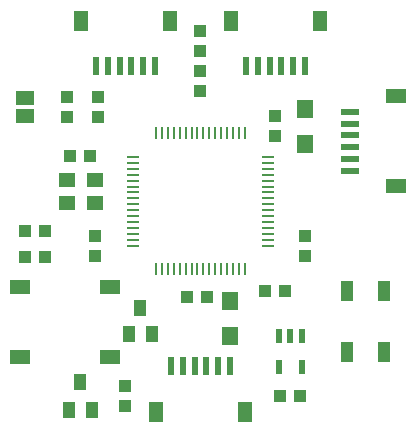
<source format=gbr>
G04 EAGLE Gerber RS-274X export*
G75*
%MOMM*%
%FSLAX34Y34*%
%LPD*%
%INSolderpaste Top*%
%IPPOS*%
%AMOC8*
5,1,8,0,0,1.08239X$1,22.5*%
G01*
%ADD10R,1.000000X0.220000*%
%ADD11R,0.220000X1.000000*%
%ADD12R,0.600000X1.550000*%
%ADD13R,1.200000X1.800000*%
%ADD14R,1.550000X0.600000*%
%ADD15R,1.800000X1.200000*%
%ADD16R,1.000000X1.100000*%
%ADD17R,1.100000X1.000000*%
%ADD18R,1.400000X1.600000*%
%ADD19R,1.000000X1.651000*%
%ADD20R,1.600200X1.168400*%
%ADD21R,1.000000X1.400000*%
%ADD22R,0.550000X1.200000*%
%ADD23R,1.780000X1.150000*%
%ADD24R,1.400000X1.200000*%


D10*
X120300Y193000D03*
X120300Y188000D03*
X120300Y203000D03*
X120300Y213000D03*
X120300Y223000D03*
X120300Y198000D03*
X120300Y208000D03*
X120300Y218000D03*
X120300Y228000D03*
X120300Y178000D03*
X120300Y168000D03*
X120300Y158000D03*
X120300Y153000D03*
X120300Y163000D03*
X120300Y173000D03*
X120300Y183000D03*
D11*
X175300Y133000D03*
X180300Y133000D03*
X165300Y133000D03*
X155300Y133000D03*
X145300Y133000D03*
X170300Y133000D03*
X160300Y133000D03*
X150300Y133000D03*
X140300Y133000D03*
X190300Y133000D03*
X200300Y133000D03*
X210300Y133000D03*
X215300Y133000D03*
X205300Y133000D03*
X195300Y133000D03*
X185300Y133000D03*
D10*
X235300Y188000D03*
X235300Y193000D03*
X235300Y178000D03*
X235300Y168000D03*
X235300Y158000D03*
X235300Y183000D03*
X235300Y173000D03*
X235300Y163000D03*
X235300Y153000D03*
X235300Y203000D03*
X235300Y213000D03*
X235300Y223000D03*
X235300Y228000D03*
X235300Y218000D03*
X235300Y208000D03*
X235300Y198000D03*
D11*
X180300Y248000D03*
X175300Y248000D03*
X190300Y248000D03*
X200300Y248000D03*
X210300Y248000D03*
X185300Y248000D03*
X195300Y248000D03*
X205300Y248000D03*
X215300Y248000D03*
X165300Y248000D03*
X155300Y248000D03*
X145300Y248000D03*
X140300Y248000D03*
X150300Y248000D03*
X160300Y248000D03*
X170300Y248000D03*
D12*
X202800Y50800D03*
X152800Y50800D03*
X162800Y50800D03*
X172800Y50800D03*
X182800Y50800D03*
X192800Y50800D03*
D13*
X139800Y12050D03*
X215800Y12050D03*
D12*
X216300Y304800D03*
X266300Y304800D03*
X256300Y304800D03*
X246300Y304800D03*
X236300Y304800D03*
X226300Y304800D03*
D13*
X279300Y343550D03*
X203300Y343550D03*
D14*
X304800Y266300D03*
X304800Y216300D03*
X304800Y226300D03*
X304800Y236300D03*
X304800Y246300D03*
X304800Y256300D03*
D15*
X343550Y203300D03*
X343550Y279300D03*
D16*
X29600Y143510D03*
X46600Y143510D03*
D17*
X245500Y25400D03*
X262500Y25400D03*
D16*
X88900Y143900D03*
X88900Y160900D03*
D17*
X166760Y109220D03*
X183760Y109220D03*
D16*
X241300Y245500D03*
X241300Y262500D03*
X91440Y262010D03*
X91440Y279010D03*
D17*
X232800Y114300D03*
X249800Y114300D03*
D18*
X203200Y106440D03*
X203200Y76440D03*
X266700Y239000D03*
X266700Y269000D03*
D19*
X301500Y63130D03*
X301500Y114670D03*
X333500Y114670D03*
X333500Y63130D03*
D12*
X89300Y304800D03*
X139300Y304800D03*
X129300Y304800D03*
X119300Y304800D03*
X109300Y304800D03*
X99300Y304800D03*
D13*
X152300Y343550D03*
X76300Y343550D03*
D20*
X29210Y278130D03*
X29210Y262890D03*
D17*
X46600Y165100D03*
X29600Y165100D03*
D21*
X127000Y99900D03*
X136500Y77900D03*
X117500Y77900D03*
D17*
X64770Y262010D03*
X64770Y279010D03*
X266700Y160900D03*
X266700Y143900D03*
X177800Y283600D03*
X177800Y300600D03*
X177800Y334890D03*
X177800Y317890D03*
D22*
X263500Y76500D03*
X254000Y76500D03*
X244500Y76500D03*
X244500Y50500D03*
X263500Y50500D03*
D17*
X67700Y228600D03*
X84700Y228600D03*
D23*
X25400Y118110D03*
X25400Y58510D03*
X101300Y58510D03*
X101300Y118110D03*
D21*
X76200Y37400D03*
X85700Y13400D03*
X66700Y13400D03*
D17*
X114300Y16900D03*
X114300Y33900D03*
D24*
X64770Y208280D03*
X64770Y189280D03*
X88770Y189280D03*
X88770Y208280D03*
M02*

</source>
